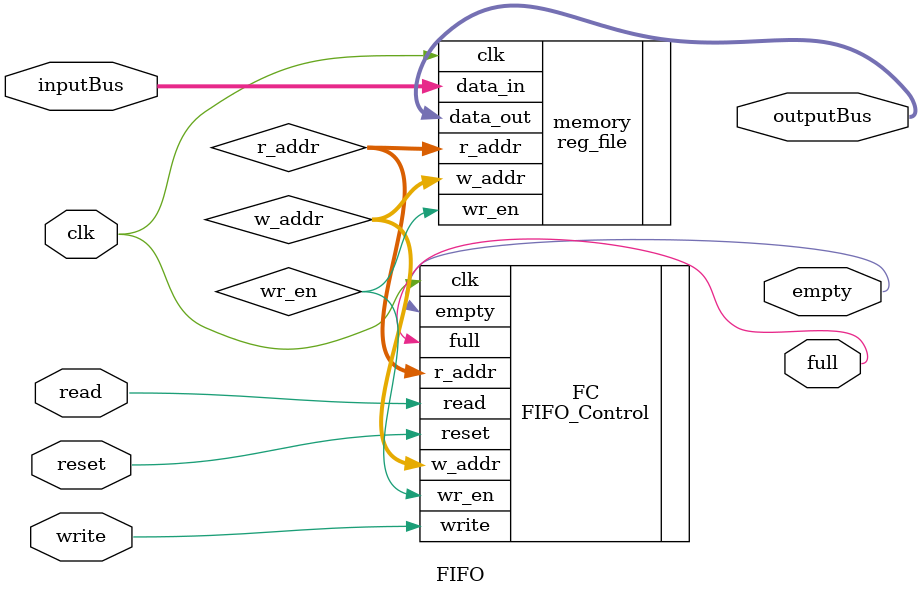
<source format=sv>
/*
	FIFO brings the control circuitry of FIFO_Control and data circuitry of ram to complete the FIFO design.
	It accepts 1-bit read and write signals (with associated desired functionality), and (DATA_WIDTH-1)-bit inputBus (the data to be written).
	It outputs the 1-bit control signals empty and full, and (DATA_WIDTH-1)-bit outputBus (the data read).
*/


module FIFO #(
	  parameter ADDR_WIDTH = 4,
	  parameter DATA_WIDTH = 8
	  )(
		 input logic clk, reset,
		 input logic read, write,
		 input logic [DATA_WIDTH-1:0] inputBus,
		output logic empty, full,
		output logic [DATA_WIDTH-1:0] outputBus
	   );
	
	// Temporary signals from control to data.
	logic [ADDR_WIDTH-1:0] r_addr, w_addr;
	logic wr_en;
	
	// Instance of FIFO_Control that accepts read and write signals that determine FSM behaviour.
	// FIFO status signals empty, full, wr_en, readAddr, writeAddr are ported to the memory.
	FIFO_Control #(ADDR_WIDTH) FC (.clk, .reset, 
				  .read, .write, 
				  .wr_en,
				  .empty, .full,
				  .r_addr, .w_addr
				 );
	
	// Instance of reg_file that accepts the input data, and control signals r_addr, w_addr, wr_en.
	// data_out is ported to the output of the entity.
	reg_file #(ADDR_WIDTH, DATA_WIDTH) memory (.r_addr, .w_addr, .data_in(inputBus), .wr_en, .clk, .data_out(outputBus));
	
endmodule 

</source>
